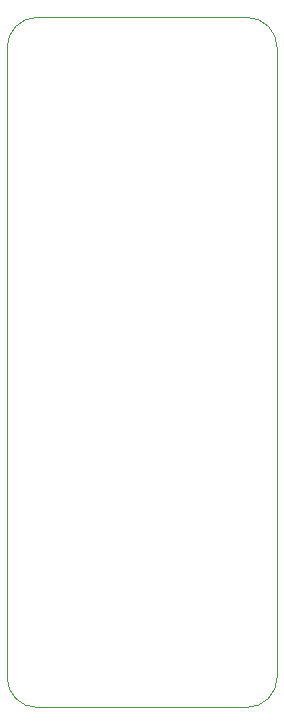
<source format=gbr>
%TF.GenerationSoftware,KiCad,Pcbnew,8.0.2*%
%TF.CreationDate,2024-05-09T17:00:38-05:00*%
%TF.ProjectId,atmega328-proto,61746d65-6761-4333-9238-2d70726f746f,A*%
%TF.SameCoordinates,Original*%
%TF.FileFunction,Profile,NP*%
%FSLAX46Y46*%
G04 Gerber Fmt 4.6, Leading zero omitted, Abs format (unit mm)*
G04 Created by KiCad (PCBNEW 8.0.2) date 2024-05-09 17:00:38*
%MOMM*%
%LPD*%
G01*
G04 APERTURE LIST*
%TA.AperFunction,Profile*%
%ADD10C,0.050000*%
%TD*%
G04 APERTURE END LIST*
D10*
X119380000Y-106680000D02*
G75*
G02*
X116840000Y-109220000I-2540000J0D01*
G01*
X116840000Y-50800000D02*
X99060000Y-50800000D01*
X99060000Y-109220000D02*
X116840000Y-109220000D01*
X99060000Y-109220000D02*
G75*
G02*
X96520000Y-106680000I0J2540000D01*
G01*
X119380000Y-53340000D02*
X119380000Y-106680000D01*
X96520000Y-53340000D02*
G75*
G02*
X99060000Y-50800000I2540000J0D01*
G01*
X116840000Y-50800000D02*
G75*
G02*
X119380000Y-53340000I0J-2540000D01*
G01*
X96520000Y-53340000D02*
X96520000Y-106680000D01*
M02*

</source>
